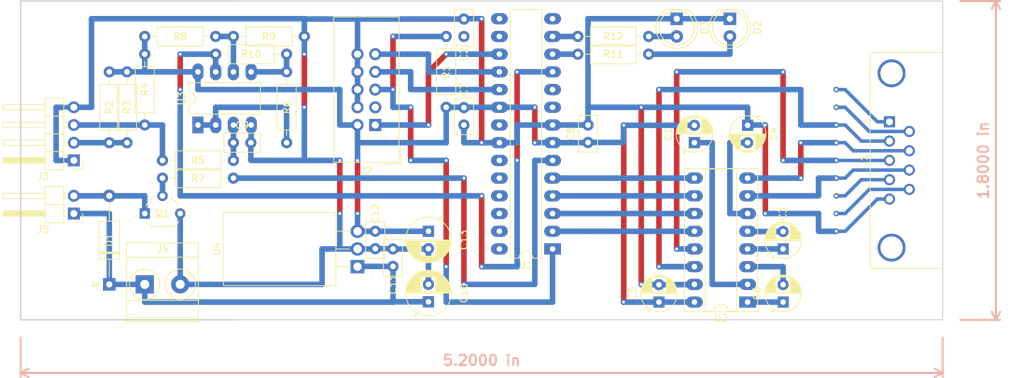
<source format=kicad_pcb>
(kicad_pcb (version 20171130) (host pcbnew "(5.1.2-1)-1")
  (layers (0 F.Cu signal) (31 B.Cu signal) (34 B.Paste user) (35 F.Paste user) (36 B.SilkS user) (37 F.SilkS user) (38 B.Mask user) (39 F.Mask user) (44 Edge.Cuts user))
  (net 0 "")
  (net 1 +5V)
  (net 2 "Net-(C1-Pad1)")
  (net 3 GND)
  (net 4 "Net-(C2-Pad1)")
  (net 5 "Net-(C3-Pad2)")
  (net 6 "Net-(C3-Pad1)")
  (net 7 "Net-(C4-Pad2)")
  (net 8 "Net-(C6-Pad1)")
  (net 9 "Net-(C6-Pad2)")
  (net 10 "Net-(C9-Pad1)")
  (net 11 +12V)
  (net 12 "Net-(D1-Pad2)")
  (net 13 /RS232_RXD)
  (net 14 /RS232_TXD)
  (net 15 /RS232_RTS)
  (net 16 /RS232_CTS)
  (net 17 "Net-(J2-Pad7)")
  (net 18 "Net-(J3-Pad2)")
  (net 19 "Net-(J3-Pad3)")
  (net 20 "Net-(Q1-Pad2)")
  (net 21 "Net-(R10-Pad2)")
  (net 22 "Net-(R6-Pad2)")
  (net 23 /Spaghetti_TX)
  (net 24 "Net-(R8-Pad2)")
  (net 25 /Spaghetti_RX)
  (net 26 /RXD)
  (net 27 /TXD)
  (net 28 /RTS)
  (net 29 /CTS)
  (net 30 "Net-(D2-Pad2)")
  (net 31 "Net-(D3-Pad2)")
  (net 32 "Net-(R11-Pad2)")
  (net 33 "Net-(R12-Pad2)")
  (net 34 "Net-(J1-Pad1)")
  (net 35 "Net-(J1-Pad4)")
  (net 36 "Net-(J1-Pad6)")
  (net 37 "Net-(J1-Pad9)")
  (net 38 /MOSI)
  (net 39 "Net-(J2-Pad3)")
  (net 40 /MISO)
  (net 41 "Net-(U1-Pad15)")
  (net 42 "Net-(U1-Pad16)")
  (net 43 "Net-(U1-Pad21)")
  (net 44 "Net-(U1-Pad9)")
  (net 45 "Net-(U1-Pad23)")
  (net 46 "Net-(U1-Pad10)")
  (net 47 "Net-(U1-Pad24)")
  (net 48 "Net-(U1-Pad25)")
  (net 49 "Net-(U1-Pad26)")
  (net 50 "Net-(U1-Pad27)")
  (net 51 "Net-(U1-Pad14)")
  (net 52 "Net-(U1-Pad28)")
  (module Resistor_THT:R_Axial_DIN0207_L6.3mm_D2.5mm_P10.16mm_Horizontal (layer F.Cu) (at 137.16 91.44 90)
    (fp_text reference R1 (at 5.08 0 90) (layer F.SilkS))
    (fp_text value 10K)
    (pad 1 thru_hole circle (at 0 0 90) (size 1.6 1.6) (drill 0.8) (layers *.Cu *.Mask) (net 1 +5V))
    (pad 2 thru_hole oval (at 10.16 0 90) (size 1.6 1.6) (drill 0.8) (layers *.Cu *.Mask) (net 4 "Net-(C2-Pad1)"))
  )
  (module Connector_Dsub:DSUB-9_Female_Horizontal_P2.77x2.84mm_EdgePinOffset4.94mm_Housed_MountingHolesOffset7.48mm (layer F.Cu) (at 200.66 93.52 90)
    (fp_text reference J1 (at -5.54 -3.7 90) (layer F.SilkS))
    (fp_text value RS232)
    (pad 1 thru_hole rect (at 0 0 90) (size 1.6 1.6) (drill 1) (layers *.Cu *.Mask) (net 34 "Net-(J1-Pad1)"))
    (pad 2 thru_hole circle (at -2.77 0 90) (size 1.6 1.6) (drill 1) (layers *.Cu *.Mask) (net 13 /RS232_RXD))
    (pad 3 thru_hole circle (at -5.54 0 90) (size 1.6 1.6) (drill 1) (layers *.Cu *.Mask) (net 14 /RS232_TXD))
    (pad 4 thru_hole circle (at -8.31 0 90) (size 1.6 1.6) (drill 1) (layers *.Cu *.Mask) (net 35 "Net-(J1-Pad4)"))
    (pad 5 thru_hole circle (at -11.08 0 90) (size 1.6 1.6) (drill 1) (layers *.Cu *.Mask) (net 3 GND))
    (pad 6 thru_hole circle (at -1.385 2.84 90) (size 1.6 1.6) (drill 1) (layers *.Cu *.Mask) (net 36 "Net-(J1-Pad6)"))
    (pad 7 thru_hole circle (at -4.155 2.84 90) (size 1.6 1.6) (drill 1) (layers *.Cu *.Mask) (net 15 /RS232_RTS))
    (pad 8 thru_hole circle (at -6.925 2.84 90) (size 1.6 1.6) (drill 1) (layers *.Cu *.Mask) (net 16 /RS232_CTS))
    (pad 9 thru_hole circle (at -9.695 2.84 90) (size 1.6 1.6) (drill 1) (layers *.Cu *.Mask) (net 37 "Net-(J1-Pad9)"))
    (pad 0 thru_hole circle (at -18.04 0.3 90) (size 4 4) (drill 3.2) (layers *.Cu *.Mask))
    (pad 0 thru_hole circle (at 6.96 0.3 90) (size 4 4) (drill 3.2) (layers *.Cu *.Mask))
  )
  (module Capacitor_THT:CP_Radial_D5.0mm_P2.50mm (layer F.Cu) (at 172.72 96.52 90)
    (fp_text reference C1 (at 1.25 -3.75 90) (layer F.SilkS))
    (fp_text value 1u)
    (pad 2 thru_hole circle (at 2.5 0 90) (size 1.6 1.6) (drill 0.8) (layers *.Cu *.Mask) (net 1 +5V))
    (pad 1 thru_hole rect (at 0 0 90) (size 1.6 1.6) (drill 0.8) (layers *.Cu *.Mask) (net 2 "Net-(C1-Pad1)"))
  )
  (module Capacitor_THT:C_Disc_D5.0mm_W2.5mm_P2.50mm (layer F.Cu) (at 139.7 81.28 90)
    (fp_text reference C2 (at -2.54 0 90) (layer F.SilkS))
    (fp_text value 100n)
    (pad 2 thru_hole circle (at 2.5 0 90) (size 1.6 1.6) (drill 0.8) (layers *.Cu *.Mask) (net 3 GND))
    (pad 1 thru_hole circle (at 0 0 90) (size 1.6 1.6) (drill 0.8) (layers *.Cu *.Mask) (net 4 "Net-(C2-Pad1)"))
  )
  (module Capacitor_THT:CP_Radial_D5.0mm_P2.50mm (layer F.Cu) (at 185.42 111.76 90)
    (fp_text reference C3 (at 5.08 0 90) (layer F.SilkS))
    (fp_text value 1u)
    (pad 2 thru_hole circle (at 2.5 0 90) (size 1.6 1.6) (drill 0.8) (layers *.Cu *.Mask) (net 5 "Net-(C3-Pad2)"))
    (pad 1 thru_hole rect (at 0 0 90) (size 1.6 1.6) (drill 0.8) (layers *.Cu *.Mask) (net 6 "Net-(C3-Pad1)"))
  )
  (module Capacitor_THT:CP_Radial_D5.0mm_P2.50mm (layer F.Cu) (at 180.34 94.02 270)
    (fp_text reference C4 (at 1.25 -3.75 270) (layer F.SilkS))
    (fp_text value 1u)
    (pad 1 thru_hole rect (at 0 0 270) (size 1.6 1.6) (drill 0.8) (layers *.Cu *.Mask) (net 3 GND))
    (pad 2 thru_hole circle (at 2.5 0 270) (size 1.6 1.6) (drill 0.8) (layers *.Cu *.Mask) (net 7 "Net-(C4-Pad2)"))
  )
  (module Capacitor_THT:CP_Radial_D5.0mm_P2.50mm (layer F.Cu) (at 167.64 119.38 90)
    (fp_text reference C5 (at 1.25 -3.75 90) (layer F.SilkS))
    (fp_text value 1u)
    (pad 1 thru_hole rect (at 0 0 90) (size 1.6 1.6) (drill 0.8) (layers *.Cu *.Mask) (net 1 +5V))
    (pad 2 thru_hole circle (at 2.5 0 90) (size 1.6 1.6) (drill 0.8) (layers *.Cu *.Mask) (net 3 GND))
  )
  (module Capacitor_THT:CP_Radial_D5.0mm_P2.50mm (layer F.Cu) (at 185.42 119.38 90)
    (fp_text reference C6 (at 1.25 -3.75 90) (layer F.SilkS))
    (fp_text value 1u)
    (pad 1 thru_hole rect (at 0 0 90) (size 1.6 1.6) (drill 0.8) (layers *.Cu *.Mask) (net 8 "Net-(C6-Pad1)"))
    (pad 2 thru_hole circle (at 2.5 0 90) (size 1.6 1.6) (drill 0.8) (layers *.Cu *.Mask) (net 9 "Net-(C6-Pad2)"))
  )
  (module Capacitor_THT:C_Disc_D5.0mm_W2.5mm_P2.50mm (layer F.Cu) (at 139.7 91.48 270)
    (fp_text reference C7 (at -2.58 0 270) (layer F.SilkS))
    (fp_text value 100n)
    (pad 1 thru_hole circle (at 0 0 270) (size 1.6 1.6) (drill 0.8) (layers *.Cu *.Mask) (net 1 +5V))
    (pad 2 thru_hole circle (at 2.5 0 270) (size 1.6 1.6) (drill 0.8) (layers *.Cu *.Mask) (net 3 GND))
  )
  (module Capacitor_THT:C_Disc_D5.0mm_W2.5mm_P2.50mm (layer F.Cu) (at 157.48 96.48 90)
    (fp_text reference C8 (at 1.25 -2.5 90) (layer F.SilkS))
    (fp_text value 100n)
    (pad 1 thru_hole circle (at 0 0 90) (size 1.6 1.6) (drill 0.8) (layers *.Cu *.Mask) (net 1 +5V))
    (pad 2 thru_hole circle (at 2.5 0 90) (size 1.6 1.6) (drill 0.8) (layers *.Cu *.Mask) (net 3 GND))
  )
  (module Capacitor_THT:C_Disc_D5.0mm_W2.5mm_P2.50mm (layer F.Cu) (at 106.68 96.52)
    (fp_text reference C9 (at 1.25 -2.5) (layer F.SilkS))
    (fp_text value 100n)
    (pad 2 thru_hole circle (at 2.5 0) (size 1.6 1.6) (drill 0.8) (layers *.Cu *.Mask) (net 3 GND))
    (pad 1 thru_hole circle (at 0 0) (size 1.6 1.6) (drill 0.8) (layers *.Cu *.Mask) (net 10 "Net-(C9-Pad1)"))
  )
  (module Capacitor_THT:CP_Radial_D6.3mm_P2.50mm (layer F.Cu) (at 134.62 119.34 90)
    (fp_text reference C10 (at 1.25 5.08 90) (layer F.SilkS))
    (fp_text value 100u)
    (pad 1 thru_hole rect (at 0 0 90) (size 1.6 1.6) (drill 0.8) (layers *.Cu *.Mask) (net 11 +12V))
    (pad 2 thru_hole circle (at 2.5 0 90) (size 1.6 1.6) (drill 0.8) (layers *.Cu *.Mask) (net 3 GND))
  )
  (module Capacitor_THT:C_Disc_D5.0mm_W2.5mm_P2.50mm (layer F.Cu) (at 129.54 114.26 90)
    (fp_text reference C11 (at -2.58 0 90) (layer F.SilkS))
    (fp_text value 100n)
    (pad 1 thru_hole circle (at 0 0 90) (size 1.6 1.6) (drill 0.8) (layers *.Cu *.Mask) (net 11 +12V))
    (pad 2 thru_hole circle (at 2.5 0 90) (size 1.6 1.6) (drill 0.8) (layers *.Cu *.Mask) (net 3 GND))
  )
  (module Capacitor_THT:C_Disc_D5.0mm_W2.5mm_P2.50mm (layer F.Cu) (at 127 109.22 270)
    (fp_text reference C12 (at -2.54 0 270) (layer F.SilkS))
    (fp_text value 100n)
    (pad 2 thru_hole circle (at 2.5 0 270) (size 1.6 1.6) (drill 0.8) (layers *.Cu *.Mask) (net 3 GND))
    (pad 1 thru_hole circle (at 0 0 270) (size 1.6 1.6) (drill 0.8) (layers *.Cu *.Mask) (net 1 +5V))
  )
  (module Capacitor_THT:CP_Radial_D6.3mm_P2.50mm (layer F.Cu) (at 134.62 109.22 270)
    (fp_text reference C13 (at 1.25 -5.08 270) (layer F.SilkS))
    (fp_text value 100u)
    (pad 2 thru_hole circle (at 2.5 0 270) (size 1.6 1.6) (drill 0.8) (layers *.Cu *.Mask) (net 3 GND))
    (pad 1 thru_hole rect (at 0 0 270) (size 1.6 1.6) (drill 0.8) (layers *.Cu *.Mask) (net 1 +5V))
  )
  (module Diode_THT:D_A-405_P12.70mm_Horizontal (layer F.Cu) (at 88.9 116.84 90)
    (fp_text reference D1 (at 6.35 0 90) (layer F.SilkS))
    (fp_text value D)
    (fp_text user K (at 0 -1.9 90) (layer F.SilkS))
    (pad 1 thru_hole rect (at 0 0 90) (size 1.8 1.8) (drill 0.9) (layers *.Cu *.Mask) (net 11 +12V))
    (pad 2 thru_hole oval (at 12.7 0 90) (size 1.8 1.8) (drill 0.9) (layers *.Cu *.Mask) (net 12 "Net-(D1-Pad2)"))
  )
  (module Connector_IDC:IDC-Header_2x05_P2.54mm_Vertical (layer F.Cu) (at 127 93.98 180)
    (fp_text reference J2 (at 1.27 -6.604 180) (layer F.SilkS))
    (fp_text value AVR-ISP-10)
    (pad 1 thru_hole rect (at 0 0 180) (size 1.7272 1.7272) (drill 1.016) (layers *.Cu *.Mask) (net 38 /MOSI))
    (pad 2 thru_hole oval (at 2.54 0 180) (size 1.7272 1.7272) (drill 1.016) (layers *.Cu *.Mask) (net 1 +5V))
    (pad 3 thru_hole oval (at 0 2.54 180) (size 1.7272 1.7272) (drill 1.016) (layers *.Cu *.Mask) (net 39 "Net-(J2-Pad3)"))
    (pad 4 thru_hole oval (at 2.54 2.54 180) (size 1.7272 1.7272) (drill 1.016) (layers *.Cu *.Mask) (net 3 GND))
    (pad 5 thru_hole oval (at 0 5.08 180) (size 1.7272 1.7272) (drill 1.016) (layers *.Cu *.Mask) (net 4 "Net-(C2-Pad1)"))
    (pad 6 thru_hole oval (at 2.54 5.08 180) (size 1.7272 1.7272) (drill 1.016) (layers *.Cu *.Mask) (net 3 GND))
    (pad 7 thru_hole oval (at 0 7.62 180) (size 1.7272 1.7272) (drill 1.016) (layers *.Cu *.Mask) (net 17 "Net-(J2-Pad7)"))
    (pad 8 thru_hole oval (at 2.54 7.62 180) (size 1.7272 1.7272) (drill 1.016) (layers *.Cu *.Mask) (net 3 GND))
    (pad 9 thru_hole oval (at 0 10.16 180) (size 1.7272 1.7272) (drill 1.016) (layers *.Cu *.Mask) (net 40 /MISO))
    (pad 10 thru_hole oval (at 2.54 10.16 180) (size 1.7272 1.7272) (drill 1.016) (layers *.Cu *.Mask) (net 3 GND))
  )
  (module Connector_PinHeader_2.54mm:PinHeader_1x04_P2.54mm_Horizontal (layer F.Cu) (at 83.82 99.06 180)
    (fp_text reference J3 (at 4.385 -2.27 180) (layer F.SilkS))
    (fp_text value "Optical Sensor")
    (pad 1 thru_hole rect (at 0 0 180) (size 1.7 1.7) (drill 1) (layers *.Cu *.Mask) (net 3 GND))
    (pad 2 thru_hole oval (at 0 2.54 180) (size 1.7 1.7) (drill 1) (layers *.Cu *.Mask) (net 18 "Net-(J3-Pad2)"))
    (pad 3 thru_hole oval (at 0 5.08 180) (size 1.7 1.7) (drill 1) (layers *.Cu *.Mask) (net 19 "Net-(J3-Pad3)"))
    (pad 4 thru_hole oval (at 0 7.62 180) (size 1.7 1.7) (drill 1) (layers *.Cu *.Mask) (net 3 GND))
  )
  (module TerminalBlock_Phoenix:TerminalBlock_Phoenix_MKDS-3-2-5.08_1x02_P5.08mm_Horizontal (layer F.Cu) (at 93.98 116.84)
    (fp_text reference J4 (at 2.54 -5.08) (layer F.SilkS))
    (fp_text value "Power In")
    (pad 1 thru_hole rect (at 0 0) (size 2.6 2.6) (drill 1.3) (layers *.Cu *.Mask) (net 11 +12V))
    (pad 2 thru_hole circle (at 5.08 0) (size 2.6 2.6) (drill 1.3) (layers *.Cu *.Mask) (net 3 GND))
  )
  (module Connector_PinHeader_2.54mm:PinHeader_1x02_P2.54mm_Horizontal (layer F.Cu) (at 83.82 106.68 180)
    (fp_text reference J5 (at 4.385 -2.27 180) (layer F.SilkS))
    (fp_text value Relais)
    (pad 1 thru_hole rect (at 0 0 180) (size 1.7 1.7) (drill 1) (layers *.Cu *.Mask) (net 11 +12V))
    (pad 2 thru_hole oval (at 0 2.54 180) (size 1.7 1.7) (drill 1) (layers *.Cu *.Mask) (net 12 "Net-(D1-Pad2)"))
  )
  (module Package_TO_SOT_THT:TO-92_Wide (layer F.Cu) (at 93.98 106.68)
    (fp_text reference Q1 (at 2.55 0) (layer F.SilkS))
    (fp_text value BC547)
    (pad 2 thru_hole circle (at 2.54 -2.54 90) (size 1.5 1.5) (drill 0.8) (layers *.Cu *.Mask) (net 20 "Net-(Q1-Pad2)"))
    (pad 3 thru_hole circle (at 5.08 0 90) (size 1.5 1.5) (drill 0.8) (layers *.Cu *.Mask) (net 3 GND))
    (pad 1 thru_hole rect (at 0 0 90) (size 1.5 1.5) (drill 0.8) (layers *.Cu *.Mask) (net 12 "Net-(D1-Pad2)"))
  )
  (module Resistor_THT:R_Axial_DIN0207_L6.3mm_D2.5mm_P10.16mm_Horizontal (layer F.Cu) (at 88.9 86.36 270)
    (fp_text reference R2 (at 5.08 0 270) (layer F.SilkS))
    (fp_text value 150)
    (pad 2 thru_hole oval (at 10.16 0 270) (size 1.6 1.6) (drill 0.8) (layers *.Cu *.Mask) (net 18 "Net-(J3-Pad2)"))
    (pad 1 thru_hole circle (at 0 0 270) (size 1.6 1.6) (drill 0.8) (layers *.Cu *.Mask) (net 1 +5V))
  )
  (module Resistor_THT:R_Axial_DIN0207_L6.3mm_D2.5mm_P10.16mm_Horizontal (layer F.Cu) (at 91.44 86.36 270)
    (fp_text reference R3 (at 5.08 0 270) (layer F.SilkS))
    (fp_text value 150)
    (pad 1 thru_hole circle (at 0 0 270) (size 1.6 1.6) (drill 0.8) (layers *.Cu *.Mask) (net 1 +5V))
    (pad 2 thru_hole oval (at 10.16 0 270) (size 1.6 1.6) (drill 0.8) (layers *.Cu *.Mask) (net 18 "Net-(J3-Pad2)"))
  )
  (module Resistor_THT:R_Axial_DIN0207_L6.3mm_D2.5mm_P10.16mm_Horizontal (layer F.Cu) (at 93.98 83.82 270)
    (fp_text reference R4 (at 5.08 0 270) (layer F.SilkS))
    (fp_text value 3K3)
    (pad 2 thru_hole oval (at 10.16 0 270) (size 1.6 1.6) (drill 0.8) (layers *.Cu *.Mask) (net 19 "Net-(J3-Pad3)"))
    (pad 1 thru_hole circle (at 0 0 270) (size 1.6 1.6) (drill 0.8) (layers *.Cu *.Mask) (net 1 +5V))
  )
  (module Resistor_THT:R_Axial_DIN0207_L6.3mm_D2.5mm_P10.16mm_Horizontal (layer F.Cu) (at 106.68 99.06 180)
    (fp_text reference R5 (at 5.08 0 180) (layer F.SilkS))
    (fp_text value 10K)
    (pad 1 thru_hole circle (at 0 0 180) (size 1.6 1.6) (drill 0.8) (layers *.Cu *.Mask) (net 10 "Net-(C9-Pad1)"))
    (pad 2 thru_hole oval (at 10.16 0 180) (size 1.6 1.6) (drill 0.8) (layers *.Cu *.Mask) (net 19 "Net-(J3-Pad3)"))
  )
  (module Resistor_THT:R_Axial_DIN0207_L6.3mm_D2.5mm_P10.16mm_Horizontal (layer F.Cu) (at 114.3 86.36 270)
    (fp_text reference R6 (at 5.08 0 270) (layer F.SilkS))
    (fp_text value 1K)
    (pad 1 thru_hole circle (at 0 0 270) (size 1.6 1.6) (drill 0.8) (layers *.Cu *.Mask) (net 21 "Net-(R10-Pad2)"))
    (pad 2 thru_hole oval (at 10.16 0 270) (size 1.6 1.6) (drill 0.8) (layers *.Cu *.Mask) (net 22 "Net-(R6-Pad2)"))
  )
  (module Resistor_THT:R_Axial_DIN0207_L6.3mm_D2.5mm_P10.16mm_Horizontal (layer F.Cu) (at 96.52 101.6)
    (fp_text reference R7 (at 5.08 0) (layer F.SilkS))
    (fp_text value 3K3)
    (pad 2 thru_hole oval (at 10.16 0) (size 1.6 1.6) (drill 0.8) (layers *.Cu *.Mask) (net 23 /Spaghetti_TX))
    (pad 1 thru_hole circle (at 0 0) (size 1.6 1.6) (drill 0.8) (layers *.Cu *.Mask) (net 20 "Net-(Q1-Pad2)"))
  )
  (module Resistor_THT:R_Axial_DIN0207_L6.3mm_D2.5mm_P10.16mm_Horizontal (layer F.Cu) (at 93.98 81.28)
    (fp_text reference R8 (at 5.08 0) (layer F.SilkS))
    (fp_text value 3K3)
    (pad 2 thru_hole oval (at 10.16 0) (size 1.6 1.6) (drill 0.8) (layers *.Cu *.Mask) (net 24 "Net-(R8-Pad2)"))
    (pad 1 thru_hole circle (at 0 0) (size 1.6 1.6) (drill 0.8) (layers *.Cu *.Mask) (net 1 +5V))
  )
  (module Resistor_THT:R_Axial_DIN0207_L6.3mm_D2.5mm_P10.16mm_Horizontal (layer F.Cu) (at 106.68 81.28)
    (fp_text reference R9 (at 5.08 0) (layer F.SilkS))
    (fp_text value 3K3)
    (pad 1 thru_hole circle (at 0 0) (size 1.6 1.6) (drill 0.8) (layers *.Cu *.Mask) (net 24 "Net-(R8-Pad2)"))
    (pad 2 thru_hole oval (at 10.16 0) (size 1.6 1.6) (drill 0.8) (layers *.Cu *.Mask) (net 3 GND))
  )
  (module Resistor_THT:R_Axial_DIN0207_L6.3mm_D2.5mm_P10.16mm_Horizontal (layer F.Cu) (at 104.14 83.82)
    (fp_text reference R10 (at 5.08 0) (layer F.SilkS))
    (fp_text value 10K)
    (pad 2 thru_hole oval (at 10.16 0) (size 1.6 1.6) (drill 0.8) (layers *.Cu *.Mask) (net 21 "Net-(R10-Pad2)"))
    (pad 1 thru_hole circle (at 0 0) (size 1.6 1.6) (drill 0.8) (layers *.Cu *.Mask) (net 25 /Spaghetti_RX))
  )
  (module Package_DIP:DIP-28_W7.62mm_LongPads (layer F.Cu) (at 152.4 111.76 180)
    (fp_text reference U1 (at 3.81 -2.33 180) (layer F.SilkS))
    (fp_text value ATMega328)
    (pad 1 thru_hole rect (at 0 0 180) (size 2.4 1.6) (drill 0.8) (layers *.Cu *.Mask) (net 4 "Net-(C2-Pad1)"))
    (pad 15 thru_hole oval (at 7.62 33.02 180) (size 2.4 1.6) (drill 0.8) (layers *.Cu *.Mask) (net 41 "Net-(U1-Pad15)"))
    (pad 2 thru_hole oval (at 0 2.54 180) (size 2.4 1.6) (drill 0.8) (layers *.Cu *.Mask) (net 26 /RXD))
    (pad 16 thru_hole oval (at 7.62 30.48 180) (size 2.4 1.6) (drill 0.8) (layers *.Cu *.Mask) (net 42 "Net-(U1-Pad16)"))
    (pad 3 thru_hole oval (at 0 5.08 180) (size 2.4 1.6) (drill 0.8) (layers *.Cu *.Mask) (net 27 /TXD))
    (pad 17 thru_hole oval (at 7.62 27.94 180) (size 2.4 1.6) (drill 0.8) (layers *.Cu *.Mask) (net 38 /MOSI))
    (pad 4 thru_hole oval (at 0 7.62 180) (size 2.4 1.6) (drill 0.8) (layers *.Cu *.Mask) (net 28 /RTS))
    (pad 18 thru_hole oval (at 7.62 25.4 180) (size 2.4 1.6) (drill 0.8) (layers *.Cu *.Mask) (net 40 /MISO))
    (pad 5 thru_hole oval (at 0 10.16 180) (size 2.4 1.6) (drill 0.8) (layers *.Cu *.Mask) (net 29 /CTS))
    (pad 19 thru_hole oval (at 7.62 22.86 180) (size 2.4 1.6) (drill 0.8) (layers *.Cu *.Mask) (net 17 "Net-(J2-Pad7)"))
    (pad 6 thru_hole oval (at 0 12.7 180) (size 2.4 1.6) (drill 0.8) (layers *.Cu *.Mask) (net 23 /Spaghetti_TX))
    (pad 20 thru_hole oval (at 7.62 20.32 180) (size 2.4 1.6) (drill 0.8) (layers *.Cu *.Mask) (net 1 +5V))
    (pad 7 thru_hole oval (at 0 15.24 180) (size 2.4 1.6) (drill 0.8) (layers *.Cu *.Mask) (net 1 +5V))
    (pad 21 thru_hole oval (at 7.62 17.78 180) (size 2.4 1.6) (drill 0.8) (layers *.Cu *.Mask) (net 43 "Net-(U1-Pad21)"))
    (pad 8 thru_hole oval (at 0 17.78 180) (size 2.4 1.6) (drill 0.8) (layers *.Cu *.Mask) (net 3 GND))
    (pad 22 thru_hole oval (at 7.62 15.24 180) (size 2.4 1.6) (drill 0.8) (layers *.Cu *.Mask) (net 3 GND))
    (pad 9 thru_hole oval (at 0 20.32 180) (size 2.4 1.6) (drill 0.8) (layers *.Cu *.Mask) (net 44 "Net-(U1-Pad9)"))
    (pad 23 thru_hole oval (at 7.62 12.7 180) (size 2.4 1.6) (drill 0.8) (layers *.Cu *.Mask) (net 45 "Net-(U1-Pad23)"))
    (pad 10 thru_hole oval (at 0 22.86 180) (size 2.4 1.6) (drill 0.8) (layers *.Cu *.Mask) (net 46 "Net-(U1-Pad10)"))
    (pad 24 thru_hole oval (at 7.62 10.16 180) (size 2.4 1.6) (drill 0.8) (layers *.Cu *.Mask) (net 47 "Net-(U1-Pad24)"))
    (pad 11 thru_hole oval (at 0 25.4 180) (size 2.4 1.6) (drill 0.8) (layers *.Cu *.Mask) (net 25 /Spaghetti_RX))
    (pad 25 thru_hole oval (at 7.62 7.62 180) (size 2.4 1.6) (drill 0.8) (layers *.Cu *.Mask) (net 48 "Net-(U1-Pad25)"))
    (pad 12 thru_hole oval (at 0 27.94 180) (size 2.4 1.6) (drill 0.8) (layers *.Cu *.Mask) (net 32 "Net-(R11-Pad2)"))
    (pad 26 thru_hole oval (at 7.62 5.08 180) (size 2.4 1.6) (drill 0.8) (layers *.Cu *.Mask) (net 49 "Net-(U1-Pad26)"))
    (pad 13 thru_hole oval (at 0 30.48 180) (size 2.4 1.6) (drill 0.8) (layers *.Cu *.Mask) (net 33 "Net-(R12-Pad2)"))
    (pad 27 thru_hole oval (at 7.62 2.54 180) (size 2.4 1.6) (drill 0.8) (layers *.Cu *.Mask) (net 50 "Net-(U1-Pad27)"))
    (pad 14 thru_hole oval (at 0 33.02 180) (size 2.4 1.6) (drill 0.8) (layers *.Cu *.Mask) (net 51 "Net-(U1-Pad14)"))
    (pad 28 thru_hole oval (at 7.62 0 180) (size 2.4 1.6) (drill 0.8) (layers *.Cu *.Mask) (net 52 "Net-(U1-Pad28)"))
  )
  (module Package_DIP:DIP-16_W7.62mm_Socket_LongPads (layer F.Cu) (at 180.34 119.38 180)
    (fp_text reference U2 (at 3.81 -2.33 180) (layer F.SilkS))
    (fp_text value MAX232)
    (pad 1 thru_hole rect (at 0 0 180) (size 2.4 1.6) (drill 0.8) (layers *.Cu *.Mask) (net 8 "Net-(C6-Pad1)"))
    (pad 9 thru_hole oval (at 7.62 17.78 180) (size 2.4 1.6) (drill 0.8) (layers *.Cu *.Mask) (net 29 /CTS))
    (pad 2 thru_hole oval (at 0 2.54 180) (size 2.4 1.6) (drill 0.8) (layers *.Cu *.Mask) (net 2 "Net-(C1-Pad1)"))
    (pad 10 thru_hole oval (at 7.62 15.24 180) (size 2.4 1.6) (drill 0.8) (layers *.Cu *.Mask) (net 28 /RTS))
    (pad 3 thru_hole oval (at 0 5.08 180) (size 2.4 1.6) (drill 0.8) (layers *.Cu *.Mask) (net 9 "Net-(C6-Pad2)"))
    (pad 11 thru_hole oval (at 7.62 12.7 180) (size 2.4 1.6) (drill 0.8) (layers *.Cu *.Mask) (net 27 /TXD))
    (pad 4 thru_hole oval (at 0 7.62 180) (size 2.4 1.6) (drill 0.8) (layers *.Cu *.Mask) (net 6 "Net-(C3-Pad1)"))
    (pad 12 thru_hole oval (at 7.62 10.16 180) (size 2.4 1.6) (drill 0.8) (layers *.Cu *.Mask) (net 26 /RXD))
    (pad 5 thru_hole oval (at 0 10.16 180) (size 2.4 1.6) (drill 0.8) (layers *.Cu *.Mask) (net 5 "Net-(C3-Pad2)"))
    (pad 13 thru_hole oval (at 7.62 7.62 180) (size 2.4 1.6) (drill 0.8) (layers *.Cu *.Mask) (net 14 /RS232_TXD))
    (pad 6 thru_hole oval (at 0 12.7 180) (size 2.4 1.6) (drill 0.8) (layers *.Cu *.Mask) (net 7 "Net-(C4-Pad2)"))
    (pad 14 thru_hole oval (at 7.62 5.08 180) (size 2.4 1.6) (drill 0.8) (layers *.Cu *.Mask) (net 13 /RS232_RXD))
    (pad 7 thru_hole oval (at 0 15.24 180) (size 2.4 1.6) (drill 0.8) (layers *.Cu *.Mask) (net 16 /RS232_CTS))
    (pad 15 thru_hole oval (at 7.62 2.54 180) (size 2.4 1.6) (drill 0.8) (layers *.Cu *.Mask) (net 3 GND))
    (pad 8 thru_hole oval (at 0 17.78 180) (size 2.4 1.6) (drill 0.8) (layers *.Cu *.Mask) (net 15 /RS232_RTS))
    (pad 16 thru_hole oval (at 7.62 0 180) (size 2.4 1.6) (drill 0.8) (layers *.Cu *.Mask) (net 1 +5V))
  )
  (module Package_DIP:DIP-8_W7.62mm_LongPads (layer F.Cu) (at 101.6 93.98 90)
    (fp_text reference U3 (at 3.81 -2.33 90) (layer F.SilkS))
    (fp_text value LM358)
    (pad 1 thru_hole rect (at 0 0 90) (size 2.4 1.6) (drill 0.8) (layers *.Cu *.Mask) (net 22 "Net-(R6-Pad2)"))
    (pad 5 thru_hole oval (at 7.62 7.62 90) (size 2.4 1.6) (drill 0.8) (layers *.Cu *.Mask) (net 21 "Net-(R10-Pad2)"))
    (pad 2 thru_hole oval (at 0 2.54 90) (size 2.4 1.6) (drill 0.8) (layers *.Cu *.Mask) (net 22 "Net-(R6-Pad2)"))
    (pad 6 thru_hole oval (at 7.62 5.08 90) (size 2.4 1.6) (drill 0.8) (layers *.Cu *.Mask) (net 24 "Net-(R8-Pad2)"))
    (pad 3 thru_hole oval (at 0 5.08 90) (size 2.4 1.6) (drill 0.8) (layers *.Cu *.Mask) (net 10 "Net-(C9-Pad1)"))
    (pad 7 thru_hole oval (at 7.62 2.54 90) (size 2.4 1.6) (drill 0.8) (layers *.Cu *.Mask) (net 25 /Spaghetti_RX))
    (pad 4 thru_hole oval (at 0 7.62 90) (size 2.4 1.6) (drill 0.8) (layers *.Cu *.Mask) (net 3 GND))
    (pad 8 thru_hole oval (at 7.62 0 90) (size 2.4 1.6) (drill 0.8) (layers *.Cu *.Mask) (net 1 +5V))
  )
  (module Package_TO_SOT_THT:TO-220F-3_Horizontal_TabDown (layer F.Cu) (at 124.46 114.3 90)
    (fp_text reference U4 (at 2.54 -20.22 90) (layer F.SilkS))
    (fp_text value L7805)
    (pad "" np_thru_hole oval (at 2.54 -15.8 90) (size 3.5 3.5) (drill 3.5) (layers *.Cu *.Mask))
    (pad 1 thru_hole rect (at 0 0 90) (size 1.905 2) (drill 1.2) (layers *.Cu *.Mask) (net 11 +12V))
    (pad 2 thru_hole oval (at 2.54 0 90) (size 1.905 2) (drill 1.2) (layers *.Cu *.Mask) (net 3 GND))
    (pad 3 thru_hole oval (at 5.08 0 90) (size 1.905 2) (drill 1.2) (layers *.Cu *.Mask) (net 1 +5V))
  )
  (module MountingHole:MountingHole_3.2mm_M3 (layer F.Cu) (at 81.28 81.28 90)
    (fp_text reference MH1 hide)
    (fp_text value MountingHole)
    (pad 1 np_thru_hole circle (at 0 0 90) (size 3.2 3.2) (drill 3.2) (layers *.Cu *.Mask))
  )
  (module MountingHole:MountingHole_3.2mm_M3 (layer F.Cu) (at 193.04 116.84 90)
    (fp_text reference MH2 hide)
    (fp_text value MountingHole)
    (pad 1 np_thru_hole circle (at 0 0 90) (size 3.2 3.2) (drill 3.2) (layers *.Cu *.Mask))
  )
  (module MountingHole:MountingHole_3.2mm_M3 (layer F.Cu) (at 81.28 116.84 90)
    (fp_text reference MH3 hide)
    (fp_text value MountingHole)
    (pad 1 np_thru_hole circle (at 0 0 90) (size 3.2 3.2) (drill 3.2) (layers *.Cu *.Mask))
  )
  (module MountingHole:MountingHole_3.2mm_M3 (layer F.Cu) (at 193.04 81.28 90)
    (fp_text reference MH4 hide)
    (fp_text value MountingHole)
    (pad 1 np_thru_hole circle (at 0 0 90) (size 3.2 3.2) (drill 3.2) (layers *.Cu *.Mask))
  )
  (module LED_THT:LED_D5.0mm (layer F.Cu) (at 177.8 78.74 270)
    (fp_text reference D2 (at 1.27 -3.96 270) (layer F.SilkS))
    (fp_text value "LED RD")
    (pad 2 thru_hole circle (at 2.54 0 270) (size 1.8 1.8) (drill 0.9) (layers *.Cu *.Mask) (net 30 "Net-(D2-Pad2)"))
    (pad 1 thru_hole rect (at 0 0 270) (size 1.8 1.8) (drill 0.9) (layers *.Cu *.Mask) (net 3 GND))
  )
  (module LED_THT:LED_D5.0mm (layer F.Cu) (at 170.18 78.74 270)
    (fp_text reference D3 (at 1.27 -3.96 270) (layer F.SilkS))
    (fp_text value "LED GN")
    (pad 1 thru_hole rect (at 0 0 270) (size 1.8 1.8) (drill 0.9) (layers *.Cu *.Mask) (net 3 GND))
    (pad 2 thru_hole circle (at 2.54 0 270) (size 1.8 1.8) (drill 0.9) (layers *.Cu *.Mask) (net 31 "Net-(D3-Pad2)"))
  )
  (module Resistor_THT:R_Axial_DIN0207_L6.3mm_D2.5mm_P10.16mm_Horizontal (layer F.Cu) (at 166.175001 83.82 180)
    (fp_text reference R11 (at 5.08 0 180) (layer F.SilkS))
    (fp_text value 1K)
    (pad 1 thru_hole circle (at 0 0 180) (size 1.6 1.6) (drill 0.8) (layers *.Cu *.Mask) (net 30 "Net-(D2-Pad2)"))
    (pad 2 thru_hole oval (at 10.16 0 180) (size 1.6 1.6) (drill 0.8) (layers *.Cu *.Mask) (net 32 "Net-(R11-Pad2)"))
  )
  (module Resistor_THT:R_Axial_DIN0207_L6.3mm_D2.5mm_P10.16mm_Horizontal (layer F.Cu) (at 166.175001 81.28 180)
    (fp_text reference R12 (at 5.08 0 180) (layer F.SilkS))
    (fp_text value 1K)
    (pad 2 thru_hole oval (at 10.16 0 180) (size 1.6 1.6) (drill 0.8) (layers *.Cu *.Mask) (net 33 "Net-(R12-Pad2)"))
    (pad 1 thru_hole circle (at 0 0 180) (size 1.6 1.6) (drill 0.8) (layers *.Cu *.Mask) (net 31 "Net-(D3-Pad2)"))
  )
  (dimension 45.72 (width 0.3) (layer B.SilkS) (gr_text "45.720 mm" (at 218 99.06 270) (layer B.SilkS) (effects (font (size 1.5 1.5) (thickness 0.3)))) (feature1 (pts (xy 210.82 121.92) (xy 216.486421 121.92))) (feature2 (pts (xy 210.82 76.2) (xy 216.486421 76.2))) (crossbar (pts (xy 215.9 76.2) (xy 215.9 121.92))) (arrow1a (pts (xy 215.9 121.92) (xy 215.313579 120.793496))) (arrow1b (pts (xy 215.9 121.92) (xy 216.486421 120.793496))) (arrow2a (pts (xy 215.9 76.2) (xy 215.313579 77.326504))) (arrow2b (pts (xy 215.9 76.2) (xy 216.486421 77.326504))))
  (dimension 132.08 (width 0.3) (layer B.SilkS) (gr_text "132.080 mm" (at 142.24 131.64) (layer B.SilkS) (effects (font (size 1.5 1.5) (thickness 0.3)))) (feature1 (pts (xy 208.28 124.46) (xy 208.28 130.126421))) (feature2 (pts (xy 76.2 124.46) (xy 76.2 130.126421))) (crossbar (pts (xy 76.2 129.54) (xy 208.28 129.54))) (arrow1a (pts (xy 208.28 129.54) (xy 207.153496 130.126421))) (arrow1b (pts (xy 208.28 129.54) (xy 207.153496 128.953579))) (arrow2a (pts (xy 76.2 129.54) (xy 77.326504 130.126421))) (arrow2b (pts (xy 76.2 129.54) (xy 77.326504 128.953579))))
  (gr_line (start 76.2 76.2) (end 106.68 76.2) (layer Edge.Cuts) (width 0.2))
  (gr_line (start 76.2 121.92) (end 76.2 76.2) (layer Edge.Cuts) (width 0.2))
  (gr_line (start 106.68 121.92) (end 76.2 121.92) (layer Edge.Cuts) (width 0.2))
  (gr_line (start 208.28 121.92) (end 198.12 121.92) (layer Edge.Cuts) (width 0.15))
  (gr_line (start 208.28 76.2) (end 208.28 121.92) (layer Edge.Cuts) (width 0.15))
  (gr_line (start 198.12 76.2) (end 208.28 76.2) (layer Edge.Cuts) (width 0.15))
  (gr_line (start 106.68 121.92) (end 198.12 121.92) (layer Edge.Cuts) (width 0.15))
  (gr_line (start 198.12 76.2) (end 106.68 76.2) (layer Edge.Cuts) (width 0.15))
  (segment (start 167.64 119.38) (end 172.72 119.38) (width 0.8) (layer B.Cu) (net 1))
  (segment (start 172.72 94.02) (end 162.6 94.02) (width 0.8) (layer B.Cu) (net 1))
  (via (at 162.6 94.02) (size 0.8) (drill 0.4) (layers F.Cu B.Cu) (net 1))
  (via (at 162.56 119.38) (size 0.8) (drill 0.4) (layers F.Cu B.Cu) (net 1))
  (segment (start 162.6 94.02) (end 162.6 119.34) (width 0.8) (layer F.Cu) (net 1))
  (segment (start 162.6 119.34) (end 162.56 119.38) (width 0.8) (layer F.Cu) (net 1))
  (segment (start 162.56 119.38) (end 167.64 119.38) (width 0.8) (layer B.Cu) (net 1))
  (segment (start 88.9 86.36) (end 91.44 86.36) (width 0.8) (layer B.Cu) (net 1))
  (segment (start 93.98 81.28) (end 93.98 83.82) (width 0.8) (layer B.Cu) (net 1))
  (segment (start 93.98 83.82) (end 93.98 86.36) (width 0.8) (layer B.Cu) (net 1))
  (segment (start 91.44 86.36) (end 93.98 86.36) (width 0.8) (layer B.Cu) (net 1))
  (segment (start 93.98 86.36) (end 101.6 86.36) (width 0.8) (layer B.Cu) (net 1))
  (segment (start 121.92 88.9) (end 121.92 93.98) (width 0.8) (layer B.Cu) (net 1))
  (segment (start 121.92 93.98) (end 124.46 93.98) (width 0.8) (layer B.Cu) (net 1))
  (segment (start 101.6 86.36) (end 101.6 88.9) (width 0.8) (layer B.Cu) (net 1))
  (segment (start 101.6 88.9) (end 121.92 88.9) (width 0.8) (layer B.Cu) (net 1))
  (segment (start 124.46 109.22) (end 127 109.22) (width 0.8) (layer B.Cu) (net 1))
  (segment (start 157.48 96.48) (end 162.52 96.48) (width 0.8) (layer B.Cu) (net 1))
  (segment (start 162.52 96.48) (end 162.56 96.44) (width 0.8) (layer B.Cu) (net 1))
  (segment (start 162.56 96.44) (end 162.56 93.98) (width 0.8) (layer B.Cu) (net 1))
  (segment (start 157.44 96.52) (end 157.48 96.48) (width 0.8) (layer B.Cu) (net 1))
  (segment (start 152.4 96.52) (end 157.44 96.52) (width 0.8) (layer B.Cu) (net 1))
  (via (at 149.86 96.52) (size 0.8) (drill 0.4) (layers F.Cu B.Cu) (net 1))
  (segment (start 152.4 96.52) (end 149.86 96.52) (width 0.8) (layer B.Cu) (net 1))
  (via (at 149.86 91.44) (size 0.8) (drill 0.4) (layers F.Cu B.Cu) (net 1))
  (segment (start 149.86 96.52) (end 149.86 91.44) (width 0.8) (layer F.Cu) (net 1))
  (segment (start 149.86 91.44) (end 144.78 91.44) (width 0.8) (layer B.Cu) (net 1))
  (segment (start 139.74 91.44) (end 139.7 91.48) (width 0.8) (layer B.Cu) (net 1))
  (segment (start 144.78 91.44) (end 139.74 91.44) (width 0.8) (layer B.Cu) (net 1))
  (via (at 124.46 99.06) (size 0.8) (drill 0.4) (layers F.Cu B.Cu) (net 1))
  (via (at 124.46 106.68) (size 0.8) (drill 0.4) (layers F.Cu B.Cu) (net 1))
  (segment (start 124.46 99.06) (end 124.46 106.68) (width 0.8) (layer F.Cu) (net 1))
  (segment (start 124.46 106.68) (end 124.46 109.22) (width 0.8) (layer B.Cu) (net 1))
  (segment (start 127 109.22) (end 134.62 109.22) (width 0.8) (layer B.Cu) (net 1))
  (segment (start 139.66 91.44) (end 139.7 91.48) (width 0.8) (layer B.Cu) (net 1))
  (segment (start 137.16 91.44) (end 139.66 91.44) (width 0.8) (layer B.Cu) (net 1))
  (segment (start 137.16 91.44) (end 137.16 96.52) (width 0.8) (layer B.Cu) (net 1))
  (segment (start 137.16 96.52) (end 124.46 96.52) (width 0.8) (layer B.Cu) (net 1))
  (segment (start 124.46 93.98) (end 124.46 96.52) (width 0.8) (layer B.Cu) (net 1))
  (segment (start 124.46 96.52) (end 124.46 99.06) (width 0.8) (layer B.Cu) (net 1))
  (segment (start 175.26 96.52) (end 172.72 96.52) (width 0.8) (layer B.Cu) (net 2))
  (segment (start 180.34 116.84) (end 175.26 116.84) (width 0.8) (layer B.Cu) (net 2))
  (segment (start 175.26 116.84) (end 175.26 96.52) (width 0.8) (layer B.Cu) (net 2))
  (via (at 193.04 109.22) (size 0.8) (drill 0.4) (layers F.Cu B.Cu) (net 3))
  (segment (start 194.31 109.22) (end 193.04 109.22) (width 0.5) (layer B.Cu) (net 3))
  (segment (start 200.66 104.6) (end 198.93 104.6) (width 0.5) (layer B.Cu) (net 3))
  (segment (start 198.93 104.6) (end 194.31 109.22) (width 0.5) (layer B.Cu) (net 3))
  (segment (start 172.68 116.88) (end 172.72 116.84) (width 0.8) (layer B.Cu) (net 3))
  (segment (start 167.64 116.88) (end 172.68 116.88) (width 0.8) (layer B.Cu) (net 3))
  (segment (start 167.64 116.88) (end 165.14 116.88) (width 0.8) (layer B.Cu) (net 3))
  (via (at 165.1 116.84) (size 0.8) (drill 0.4) (layers F.Cu B.Cu) (net 3))
  (segment (start 165.14 116.88) (end 165.1 116.84) (width 0.8) (layer B.Cu) (net 3))
  (segment (start 165.1 116.84) (end 165.1 91.44) (width 0.8) (layer F.Cu) (net 3))
  (via (at 165.1 91.44) (size 0.8) (drill 0.4) (layers F.Cu B.Cu) (net 3))
  (segment (start 180.34 94.02) (end 180.34 91.44) (width 0.8) (layer B.Cu) (net 3))
  (segment (start 180.34 91.44) (end 165.1 91.44) (width 0.8) (layer B.Cu) (net 3))
  (segment (start 193.04 109.22) (end 190.5 109.22) (width 0.8) (layer B.Cu) (net 3))
  (segment (start 190.5 109.22) (end 190.5 106.68) (width 0.8) (layer B.Cu) (net 3))
  (via (at 182.88 106.68) (size 0.8) (drill 0.4) (layers F.Cu B.Cu) (net 3))
  (segment (start 190.5 106.68) (end 182.88 106.68) (width 0.8) (layer B.Cu) (net 3))
  (via (at 182.88 93.98) (size 0.8) (drill 0.4) (layers F.Cu B.Cu) (net 3))
  (segment (start 182.88 106.68) (end 182.88 93.98) (width 0.8) (layer F.Cu) (net 3))
  (segment (start 180.38 93.98) (end 180.34 94.02) (width 0.8) (layer B.Cu) (net 3))
  (segment (start 182.88 93.98) (end 180.38 93.98) (width 0.8) (layer B.Cu) (net 3))
  (segment (start 99.06 106.68) (end 99.06 116.84) (width 0.8) (layer B.Cu) (net 3))
  (segment (start 83.82 99.06) (end 81.28 99.06) (width 0.8) (layer B.Cu) (net 3))
  (segment (start 81.28 99.06) (end 81.28 91.44) (width 0.8) (layer B.Cu) (net 3))
  (segment (start 81.28 91.44) (end 83.82 91.44) (width 0.8) (layer B.Cu) (net 3))
  (segment (start 124.46 83.82) (end 124.46 86.36) (width 0.8) (layer B.Cu) (net 3))
  (segment (start 124.46 86.36) (end 124.46 88.9) (width 0.8) (layer B.Cu) (net 3))
  (segment (start 124.46 88.9) (end 124.46 91.44) (width 0.8) (layer B.Cu) (net 3))
  (segment (start 109.22 96.48) (end 109.18 96.52) (width 0.8) (layer B.Cu) (net 3))
  (segment (start 109.22 93.98) (end 109.22 96.48) (width 0.8) (layer B.Cu) (net 3))
  (segment (start 99.06 116.84) (end 119.38 116.84) (width 0.8) (layer B.Cu) (net 3))
  (segment (start 119.38 116.84) (end 119.38 111.76) (width 0.8) (layer B.Cu) (net 3))
  (segment (start 126.96 111.76) (end 127 111.72) (width 0.8) (layer B.Cu) (net 3))
  (segment (start 124.46 111.76) (end 126.96 111.76) (width 0.8) (layer B.Cu) (net 3))
  (segment (start 129.5 111.72) (end 129.54 111.76) (width 0.8) (layer B.Cu) (net 3))
  (segment (start 127 111.72) (end 129.5 111.72) (width 0.8) (layer B.Cu) (net 3))
  (segment (start 83.82 91.44) (end 86.36 91.44) (width 0.8) (layer B.Cu) (net 3))
  (segment (start 86.36 91.44) (end 86.36 78.74) (width 0.8) (layer B.Cu) (net 3))
  (segment (start 86.36 78.74) (end 105.129963 78.74) (width 0.8) (layer B.Cu) (net 3))
  (segment (start 105.129963 78.74) (end 114.3 78.74) (width 0.8) (layer B.Cu) (net 3))
  (segment (start 114.3 78.74) (end 116.84 78.74) (width 0.8) (layer B.Cu) (net 3))
  (segment (start 116.84 78.74) (end 116.84 81.28) (width 0.8) (layer B.Cu) (net 3))
  (via (at 116.84 83.82) (size 0.8) (drill 0.4) (layers F.Cu B.Cu) (net 3))
  (segment (start 116.84 81.28) (end 116.84 83.82) (width 0.8) (layer B.Cu) (net 3))
  (via (at 116.84 91.44) (size 0.8) (drill 0.4) (layers F.Cu B.Cu) (net 3))
  (segment (start 116.84 83.82) (end 116.84 91.44) (width 0.8) (layer F.Cu) (net 3))
  (segment (start 116.84 91.44) (end 116.84 99.06) (width 0.8) (layer B.Cu) (net 3))
  (segment (start 116.84 99.06) (end 109.22 99.06) (width 0.8) (layer B.Cu) (net 3))
  (segment (start 109.18 99.02) (end 109.18 96.52) (width 0.8) (layer B.Cu) (net 3))
  (segment (start 109.22 99.06) (end 109.18 99.02) (width 0.8) (layer B.Cu) (net 3))
  (segment (start 157.48 93.98) (end 157.48 91.44) (width 0.8) (layer B.Cu) (net 3))
  (segment (start 157.48 91.44) (end 165.1 91.44) (width 0.8) (layer B.Cu) (net 3))
  (segment (start 152.4 93.98) (end 157.48 93.98) (width 0.8) (layer B.Cu) (net 3))
  (segment (start 152.4 93.98) (end 147.32 93.98) (width 0.8) (layer B.Cu) (net 3))
  (segment (start 147.32 93.98) (end 147.32 96.52) (width 0.8) (layer B.Cu) (net 3))
  (segment (start 147.32 96.52) (end 144.78 96.52) (width 0.8) (layer B.Cu) (net 3))
  (segment (start 139.7 96.52) (end 139.7 93.98) (width 0.8) (layer B.Cu) (net 3))
  (segment (start 134.58 111.76) (end 134.62 111.72) (width 0.8) (layer B.Cu) (net 3))
  (segment (start 129.54 111.76) (end 134.58 111.76) (width 0.8) (layer B.Cu) (net 3))
  (segment (start 134.62 111.72) (end 134.62 116.84) (width 0.8) (layer B.Cu) (net 3))
  (via (at 142.24 96.52) (size 0.8) (drill 0.4) (layers F.Cu B.Cu) (net 3))
  (segment (start 142.24 96.52) (end 139.7 96.52) (width 0.8) (layer B.Cu) (net 3))
  (segment (start 144.78 96.52) (end 142.24 96.52) (width 0.8) (layer B.Cu) (net 3))
  (via (at 142.24 78.74) (size 0.8) (drill 0.4) (layers F.Cu B.Cu) (net 3))
  (segment (start 142.24 96.52) (end 142.24 78.74) (width 0.8) (layer F.Cu) (net 3))
  (segment (start 139.74 78.74) (end 139.7 78.78) (width 0.8) (layer B.Cu) (net 3))
  (segment (start 142.24 78.74) (end 139.74 78.74) (width 0.8) (layer B.Cu) (net 3))
  (segment (start 116.88 78.78) (end 116.84 78.74) (width 0.8) (layer B.Cu) (net 3))
  (segment (start 124.46 83.82) (end 124.46 78.78) (width 0.8) (layer B.Cu) (net 3))
  (segment (start 139.7 78.78) (end 124.46 78.78) (width 0.8) (layer B.Cu) (net 3))
  (segment (start 124.46 78.78) (end 116.88 78.78) (width 0.8) (layer B.Cu) (net 3))
  (via (at 121.92 106.68) (size 0.8) (drill 0.4) (layers F.Cu B.Cu) (net 3))
  (segment (start 121.92 111.76) (end 121.92 106.68) (width 0.8) (layer B.Cu) (net 3))
  (segment (start 121.92 111.76) (end 124.46 111.76) (width 0.8) (layer B.Cu) (net 3))
  (segment (start 119.38 111.76) (end 121.92 111.76) (width 0.8) (layer B.Cu) (net 3))
  (via (at 121.92 99.06) (size 0.8) (drill 0.4) (layers F.Cu B.Cu) (net 3))
  (segment (start 121.92 106.68) (end 121.92 99.06) (width 0.8) (layer F.Cu) (net 3))
  (segment (start 121.92 99.06) (end 116.84 99.06) (width 0.8) (layer B.Cu) (net 3))
  (segment (start 170.18 78.74) (end 177.8 78.74) (width 0.8) (layer B.Cu) (net 3))
  (segment (start 170.18 78.74) (end 157.48 78.74) (width 0.8) (layer B.Cu) (net 3))
  (segment (start 157.48 78.74) (end 157.48 91.44) (width 0.8) (layer B.Cu) (net 3))
  (segment (start 127 88.9) (end 129.54 88.9) (width 0.8) (layer B.Cu) (net 4))
  (segment (start 132.08 81.28) (end 137.16 81.28) (width 0.8) (layer B.Cu) (net 4))
  (via (at 129.54 81.28) (size 0.8) (drill 0.4) (layers F.Cu B.Cu) (net 4))
  (segment (start 132.08 81.28) (end 129.54 81.28) (width 0.8) (layer B.Cu) (net 4))
  (via (at 129.54 88.9) (size 0.8) (drill 0.4) (layers F.Cu B.Cu) (net 4))
  (segment (start 129.54 81.28) (end 129.54 88.9) (width 0.8) (layer F.Cu) (net 4))
  (segment (start 137.16 99.06) (end 132.08 99.06) (width 0.8) (layer B.Cu) (net 4))
  (segment (start 137.16 106.68) (end 137.16 99.06) (width 0.8) (layer F.Cu) (net 4))
  (segment (start 152.4 111.76) (end 152.4 119.38) (width 0.8) (layer B.Cu) (net 4))
  (via (at 137.16 114.3) (size 0.8) (drill 0.4) (layers F.Cu B.Cu) (net 4))
  (via (at 132.08 91.44) (size 0.8) (drill 0.4) (layers F.Cu B.Cu) (net 4))
  (segment (start 129.54 88.9) (end 129.54 91.44) (width 0.8) (layer B.Cu) (net 4))
  (segment (start 152.4 119.38) (end 137.16 119.38) (width 0.8) (layer B.Cu) (net 4))
  (segment (start 132.08 99.06) (end 132.08 91.44) (width 0.8) (layer F.Cu) (net 4))
  (segment (start 132.08 91.44) (end 129.54 91.44) (width 0.8) (layer B.Cu) (net 4))
  (segment (start 137.16 106.68) (end 137.16 114.3) (width 0.8) (layer F.Cu) (net 4))
  (segment (start 137.16 119.38) (end 137.16 114.3) (width 0.8) (layer B.Cu) (net 4))
  (via (at 137.16 99.06) (size 0.8) (drill 0.4) (layers F.Cu B.Cu) (net 4))
  (via (at 132.08 99.06) (size 0.8) (drill 0.4) (layers F.Cu B.Cu) (net 4))
  (segment (start 180.38 109.26) (end 180.34 109.22) (width 0.8) (layer B.Cu) (net 5))
  (segment (start 185.42 109.26) (end 180.38 109.26) (width 0.8) (layer B.Cu) (net 5))
  (segment (start 185.42 111.76) (end 180.34 111.76) (width 0.8) (layer B.Cu) (net 6))
  (segment (start 180.34 106.68) (end 177.8 106.68) (width 0.8) (layer B.Cu) (net 7))
  (segment (start 177.8 106.68) (end 177.8 96.52) (width 0.8) (layer B.Cu) (net 7))
  (segment (start 177.8 96.52) (end 180.34 96.52) (width 0.8) (layer B.Cu) (net 7))
  (segment (start 180.34 119.38) (end 185.42 119.38) (width 0.8) (layer B.Cu) (net 8))
  (segment (start 185.42 116.88) (end 185.42 114.3) (width 0.8) (layer B.Cu) (net 9))
  (segment (start 185.42 114.3) (end 180.34 114.3) (width 0.8) (layer B.Cu) (net 9))
  (segment (start 106.68 99.06) (end 106.68 96.52) (width 0.8) (layer B.Cu) (net 10))
  (segment (start 106.68 96.52) (end 106.68 93.98) (width 0.8) (layer B.Cu) (net 10))
  (segment (start 93.98 116.84) (end 88.9 116.84) (width 0.8) (layer B.Cu) (net 11))
  (segment (start 88.9 116.84) (end 88.9 106.68) (width 0.8) (layer B.Cu) (net 11))
  (segment (start 88.9 106.68) (end 83.82 106.68) (width 0.8) (layer B.Cu) (net 11))
  (segment (start 93.98 116.84) (end 93.98 119.38) (width 0.8) (layer B.Cu) (net 11))
  (segment (start 129.54 114.26) (end 129.54 119.38) (width 0.8) (layer B.Cu) (net 11))
  (segment (start 124.5 114.26) (end 124.46 114.3) (width 0.8) (layer B.Cu) (net 11))
  (segment (start 129.54 114.26) (end 124.5 114.26) (width 0.8) (layer B.Cu) (net 11))
  (segment (start 93.98 119.38) (end 129.54 119.38) (width 0.8) (layer B.Cu) (net 11))
  (segment (start 129.58 119.34) (end 134.62 119.34) (width 0.8) (layer B.Cu) (net 11))
  (segment (start 129.54 119.38) (end 129.58 119.34) (width 0.8) (layer B.Cu) (net 11))
  (segment (start 83.82 104.14) (end 88.9 104.14) (width 0.8) (layer B.Cu) (net 12))
  (segment (start 93.98 106.68) (end 93.98 104.14) (width 0.8) (layer B.Cu) (net 12))
  (segment (start 93.98 104.14) (end 88.9 104.14) (width 0.8) (layer B.Cu) (net 12))
  (via (at 193.04 93.98) (size 0.8) (drill 0.4) (layers F.Cu B.Cu) (net 13))
  (segment (start 200.66 96.29) (end 196.62 96.29) (width 0.5) (layer B.Cu) (net 13))
  (segment (start 196.62 96.29) (end 194.31 93.98) (width 0.5) (layer B.Cu) (net 13))
  (segment (start 194.31 93.98) (end 193.04 93.98) (width 0.5) (layer B.Cu) (net 13))
  (via (at 167.64 114.3) (size 0.8) (drill 0.4) (layers F.Cu B.Cu) (net 13))
  (segment (start 172.72 114.3) (end 167.64 114.3) (width 0.8) (layer B.Cu) (net 13))
  (via (at 167.64 88.9) (size 0.8) (drill 0.4) (layers F.Cu B.Cu) (net 13))
  (segment (start 167.64 114.3) (end 167.64 88.9) (width 0.8) (layer F.Cu) (net 13))
  (segment (start 167.64 88.9) (end 187.96 88.9) (width 0.8) (layer B.Cu) (net 13))
  (segment (start 187.96 88.9) (end 187.96 93.98) (width 0.8) (layer B.Cu) (net 13))
  (segment (start 187.96 93.98) (end 193.04 93.98) (width 0.8) (layer B.Cu) (net 13))
  (via (at 193.04 99.06) (size 0.8) (drill 0.4) (layers F.Cu B.Cu) (net 14))
  (segment (start 200.66 99.06) (end 193.04 99.06) (width 0.5) (layer B.Cu) (net 14))
  (via (at 185.42 99.06) (size 0.8) (drill 0.4) (layers F.Cu B.Cu) (net 14))
  (segment (start 193.04 99.06) (end 185.42 99.06) (width 0.8) (layer B.Cu) (net 14))
  (via (at 185.42 86.36) (size 0.8) (drill 0.4) (layers F.Cu B.Cu) (net 14))
  (segment (start 185.42 99.06) (end 185.42 86.36) (width 0.8) (layer F.Cu) (net 14))
  (via (at 170.18 86.36) (size 0.8) (drill 0.4) (layers F.Cu B.Cu) (net 14))
  (segment (start 185.42 86.36) (end 170.18 86.36) (width 0.8) (layer B.Cu) (net 14))
  (via (at 170.18 111.76) (size 0.8) (drill 0.4) (layers F.Cu B.Cu) (net 14))
  (segment (start 170.18 86.36) (end 170.18 111.76) (width 0.8) (layer F.Cu) (net 14))
  (segment (start 170.18 111.76) (end 172.72 111.76) (width 0.8) (layer B.Cu) (net 14))
  (via (at 193.04 96.52) (size 0.8) (drill 0.4) (layers F.Cu B.Cu) (net 15))
  (segment (start 203.5 97.675) (end 195.465 97.675) (width 0.5) (layer B.Cu) (net 15))
  (segment (start 194.31 96.52) (end 193.04 96.52) (width 0.5) (layer B.Cu) (net 15))
  (segment (start 195.465 97.675) (end 194.31 96.52) (width 0.5) (layer B.Cu) (net 15))
  (via (at 187.96 96.52) (size 0.8) (drill 0.4) (layers F.Cu B.Cu) (net 15))
  (via (at 193.04 96.52) (size 0.8) (drill 0.4) (layers F.Cu B.Cu) (net 15))
  (segment (start 187.96 96.52) (end 193.04 96.52) (width 0.8) (layer B.Cu) (net 15))
  (segment (start 180.34 101.6) (end 187.96 101.6) (width 0.8) (layer B.Cu) (net 15))
  (via (at 187.96 101.6) (size 0.8) (drill 0.4) (layers F.Cu B.Cu) (net 15))
  (segment (start 187.96 96.52) (end 187.96 101.6) (width 0.8) (layer F.Cu) (net 15))
  (via (at 193.04 101.6) (size 0.8) (drill 0.4) (layers F.Cu B.Cu) (net 16))
  (segment (start 203.5 100.445) (end 195.465 100.445) (width 0.5) (layer B.Cu) (net 16))
  (segment (start 194.31 101.6) (end 193.04 101.6) (width 0.5) (layer B.Cu) (net 16))
  (segment (start 195.465 100.445) (end 194.31 101.6) (width 0.5) (layer B.Cu) (net 16))
  (segment (start 180.34 104.14) (end 190.5 104.14) (width 0.8) (layer B.Cu) (net 16))
  (segment (start 190.5 104.14) (end 190.5 101.6) (width 0.8) (layer B.Cu) (net 16))
  (segment (start 190.5 101.6) (end 193.04 101.6) (width 0.8) (layer B.Cu) (net 16))
  (segment (start 144.78 88.9) (end 132.08 88.9) (width 0.8) (layer B.Cu) (net 17))
  (segment (start 132.08 88.9) (end 132.08 86.36) (width 0.8) (layer B.Cu) (net 17))
  (segment (start 132.08 86.36) (end 127 86.36) (width 0.8) (layer B.Cu) (net 17))
  (segment (start 83.82 96.52) (end 88.9 96.52) (width 0.8) (layer B.Cu) (net 18))
  (segment (start 88.9 96.52) (end 91.44 96.52) (width 0.8) (layer B.Cu) (net 18))
  (segment (start 83.82 93.98) (end 93.98 93.98) (width 0.8) (layer B.Cu) (net 19))
  (segment (start 96.52 99.06) (end 96.52 93.98) (width 0.8) (layer B.Cu) (net 19))
  (segment (start 96.52 93.98) (end 93.98 93.98) (width 0.8) (layer B.Cu) (net 19))
  (segment (start 96.52 104.14) (end 96.52 101.6) (width 0.8) (layer B.Cu) (net 20))
  (segment (start 114.3 83.82) (end 114.3 86.36) (width 0.8) (layer B.Cu) (net 21))
  (segment (start 109.22 86.36) (end 114.3 86.36) (width 0.8) (layer B.Cu) (net 21))
  (segment (start 101.6 93.98) (end 104.14 93.98) (width 0.8) (layer B.Cu) (net 22))
  (segment (start 104.14 93.98) (end 104.14 91.44) (width 0.8) (layer B.Cu) (net 22))
  (segment (start 104.14 91.44) (end 114.3 91.44) (width 0.8) (layer B.Cu) (net 22))
  (segment (start 114.3 91.44) (end 114.3 96.52) (width 0.8) (layer B.Cu) (net 22))
  (segment (start 152.4 99.06) (end 149.86 99.06) (width 0.8) (layer B.Cu) (net 23))
  (segment (start 149.86 99.06) (end 149.86 111.76) (width 0.8) (layer B.Cu) (net 23))
  (via (at 139.7 101.6) (size 0.8) (drill 0.4) (layers F.Cu B.Cu) (net 23))
  (segment (start 106.68 101.6) (end 139.7 101.6) (width 0.8) (layer B.Cu) (net 23))
  (via (at 139.7 116.84) (size 0.8) (drill 0.4) (layers F.Cu B.Cu) (net 23))
  (segment (start 139.7 101.6) (end 139.7 116.84) (width 0.8) (layer F.Cu) (net 23))
  (segment (start 139.7 116.84) (end 149.86 116.84) (width 0.8) (layer B.Cu) (net 23))
  (segment (start 149.86 116.84) (end 149.86 111.76) (width 0.8) (layer B.Cu) (net 23))
  (segment (start 106.68 86.36) (end 106.68 81.28) (width 0.8) (layer B.Cu) (net 24))
  (segment (start 106.68 81.28) (end 104.14 81.28) (width 0.8) (layer B.Cu) (net 24))
  (segment (start 104.14 86.36) (end 104.14 83.82) (width 0.8) (layer B.Cu) (net 25))
  (via (at 99.06 83.82) (size 0.8) (drill 0.4) (layers F.Cu B.Cu) (net 25))
  (segment (start 104.14 83.82) (end 99.06 83.82) (width 0.8) (layer B.Cu) (net 25))
  (via (at 99.06 88.9) (size 0.8) (drill 0.4) (layers F.Cu B.Cu) (net 25))
  (segment (start 99.06 83.82) (end 99.06 88.9) (width 0.8) (layer F.Cu) (net 25))
  (via (at 147.32 86.36) (size 0.8) (drill 0.4) (layers F.Cu B.Cu) (net 25))
  (segment (start 152.4 86.36) (end 147.32 86.36) (width 0.8) (layer B.Cu) (net 25))
  (via (at 147.32 99.06) (size 0.8) (drill 0.4) (layers F.Cu B.Cu) (net 25))
  (segment (start 147.32 86.36) (end 147.32 99.06) (width 0.8) (layer F.Cu) (net 25))
  (segment (start 147.32 99.06) (end 147.32 111.76) (width 0.8) (layer B.Cu) (net 25))
  (segment (start 147.32 111.76) (end 147.32 114.3) (width 0.8) (layer B.Cu) (net 25))
  (via (at 142.24 114.3) (size 0.8) (drill 0.4) (layers F.Cu B.Cu) (net 25))
  (segment (start 147.32 114.3) (end 142.24 114.3) (width 0.8) (layer B.Cu) (net 25))
  (via (at 142.24 104.14) (size 0.8) (drill 0.4) (layers F.Cu B.Cu) (net 25))
  (segment (start 142.24 114.3) (end 142.24 104.14) (width 0.8) (layer F.Cu) (net 25))
  (segment (start 99.06 104.14) (end 99.06 88.9) (width 0.8) (layer B.Cu) (net 25))
  (segment (start 142.24 104.14) (end 99.06 104.14) (width 0.8) (layer B.Cu) (net 25))
  (segment (start 157.319913 109.22) (end 152.4 109.22) (width 0.8) (layer B.Cu) (net 26))
  (segment (start 172.72 109.22) (end 157.319913 109.22) (width 0.8) (layer B.Cu) (net 26))
  (segment (start 152.4 106.68) (end 172.72 106.68) (width 0.8) (layer B.Cu) (net 27))
  (segment (start 172.72 104.14) (end 152.4 104.14) (width 0.8) (layer B.Cu) (net 28))
  (segment (start 154.4 101.6) (end 172.72 101.6) (width 0.8) (layer B.Cu) (net 29))
  (segment (start 152.4 101.6) (end 154.4 101.6) (width 0.8) (layer B.Cu) (net 29))
  (segment (start 177.8 83.82) (end 177.8 81.28) (width 0.8) (layer B.Cu) (net 30))
  (segment (start 166.175001 83.82) (end 177.8 83.82) (width 0.8) (layer B.Cu) (net 30))
  (segment (start 166.175001 81.28) (end 170.18 81.28) (width 0.8) (layer B.Cu) (net 31))
  (segment (start 152.4 83.82) (end 156.015001 83.82) (width 0.8) (layer B.Cu) (net 32))
  (segment (start 152.4 81.28) (end 156.015001 81.28) (width 0.8) (layer B.Cu) (net 33))
  (via (at 193.04 88.9) (size 0.8) (drill 0.4) (layers F.Cu B.Cu) (net 34))
  (segment (start 193.04 88.9) (end 194.31 88.9) (width 0.5) (layer B.Cu) (net 34))
  (segment (start 198.93 93.52) (end 200.66 93.52) (width 0.5) (layer B.Cu) (net 34))
  (segment (start 194.31 88.9) (end 198.93 93.52) (width 0.5) (layer B.Cu) (net 34))
  (via (at 193.04 104.14) (size 0.8) (drill 0.4) (layers F.Cu B.Cu) (net 35))
  (segment (start 200.66 101.83) (end 196.62 101.83) (width 0.5) (layer B.Cu) (net 35))
  (segment (start 194.31 104.14) (end 193.04 104.14) (width 0.5) (layer B.Cu) (net 35))
  (segment (start 196.62 101.83) (end 194.31 104.14) (width 0.5) (layer B.Cu) (net 35))
  (via (at 193.04 91.44) (size 0.8) (drill 0.4) (layers F.Cu B.Cu) (net 36))
  (segment (start 203.5 94.905) (end 197.775 94.905) (width 0.5) (layer B.Cu) (net 36))
  (segment (start 194.31 91.44) (end 193.04 91.44) (width 0.5) (layer B.Cu) (net 36))
  (segment (start 197.775 94.905) (end 194.31 91.44) (width 0.5) (layer B.Cu) (net 36))
  (via (at 193.04 106.68) (size 0.8) (drill 0.4) (layers F.Cu B.Cu) (net 37))
  (segment (start 203.5 103.215) (end 197.775 103.215) (width 0.5) (layer B.Cu) (net 37))
  (segment (start 194.31 106.68) (end 193.04 106.68) (width 0.5) (layer B.Cu) (net 37))
  (segment (start 197.775 103.215) (end 194.31 106.68) (width 0.5) (layer B.Cu) (net 37))
  (via (at 134.62 93.98) (size 0.8) (drill 0.4) (layers F.Cu B.Cu) (net 38))
  (segment (start 127 93.98) (end 134.62 93.98) (width 0.8) (layer B.Cu) (net 38))
  (via (at 137.16 83.82) (size 0.8) (drill 0.4) (layers F.Cu B.Cu) (net 38))
  (segment (start 134.62 86.36) (end 137.16 83.82) (width 0.8) (layer F.Cu) (net 38))
  (segment (start 134.62 93.98) (end 134.62 86.36) (width 0.8) (layer F.Cu) (net 38))
  (segment (start 137.16 83.82) (end 144.78 83.82) (width 0.8) (layer B.Cu) (net 38))
  (segment (start 127 83.82) (end 134.62 83.82) (width 0.8) (layer B.Cu) (net 40))
  (segment (start 134.62 83.82) (end 134.62 86.36) (width 0.8) (layer B.Cu) (net 40))
  (segment (start 134.62 86.36) (end 144.78 86.36) (width 0.8) (layer B.Cu) (net 40))
)
</source>
